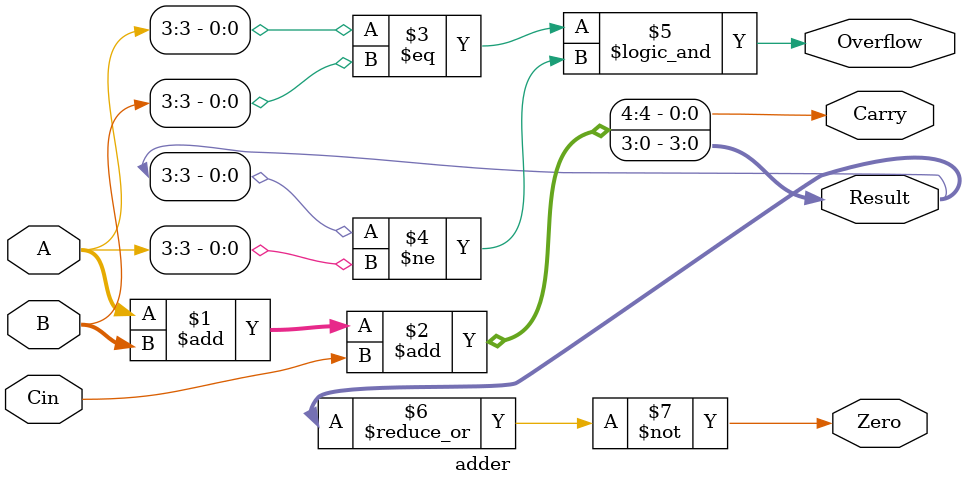
<source format=v>
module adder(
        input Cin,
        input [3:0] A,
        input [3:0] B,
        output reg [3:0] Result,
        output reg Carry,
        output reg Zero,
        output reg Overflow
    );
    assign {Carry, Result} = A + B + Cin;
    assign Overflow = (A[3] == B[3] && Result[3] != A[3]);
    assign Zero = ~(| Result);

endmodule

</source>
